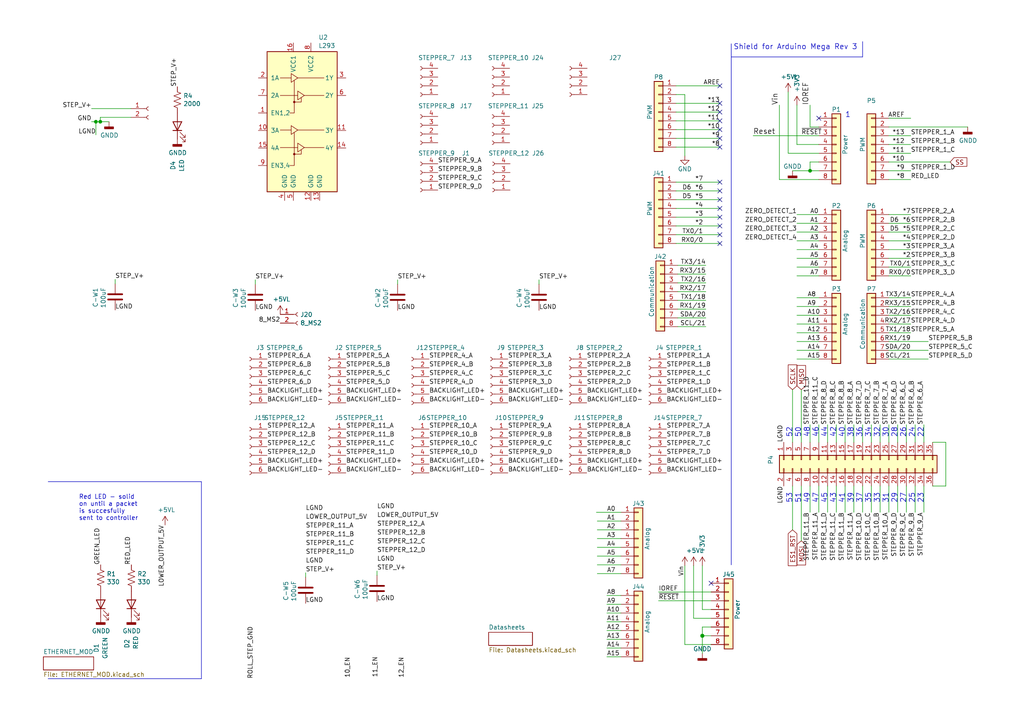
<source format=kicad_sch>
(kicad_sch (version 20230121) (generator eeschema)
  (paper "A4")
  (title_block (date "mar. 31 mars 2015"))
  (lib_symbols
    (symbol "Connector:Conn_01x02_Female" (pin_names (offset 1.016) hide)
      (property "Reference" "J" (at 0 2.54 0))
      (property "Value" "Conn_01x02_Female" (at 0 -5.08 0))
      (symbol "Conn_01x02_Female_1_1"
        (pin passive line (at -5.08 0 0) (length 3.81) (name "Pin_1") (number "1"))
        (pin passive line (at -5.08 -2.54 0) (length 3.81) (name "Pin_2") (number "2"))
      )
    )
    (symbol "Connector:Conn_01x02_Socket" (pin_names (offset 1.016) hide)
      (property "Reference" "J" (at 0 2.54 0))
      (property "Value" "Conn_01x02_Socket" (at 0 -5.08 0))
      (symbol "Conn_01x02_Socket_1_1"
        (pin passive line (at -5.08 0 0) (length 3.81) (name "Pin_1") (number "1"))
        (pin passive line (at -5.08 -2.54 0) (length 3.81) (name "Pin_2") (number "2"))
      )
    )
    (symbol "Connector:Conn_01x04_Socket" (pin_names (offset 1.016) hide)
      (property "Reference" "J" (at 0 5.08 0))
      (property "Value" "Conn_01x04_Socket" (at 0 -7.62 0))
      (symbol "Conn_01x04_Socket_1_1"
        (pin passive line (at -5.08 2.54 0) (length 3.81) (name "Pin_1") (number "1"))
        (pin passive line (at -5.08 0 0) (length 3.81) (name "Pin_2") (number "2"))
        (pin passive line (at -5.08 -2.54 0) (length 3.81) (name "Pin_3") (number "3"))
        (pin passive line (at -5.08 -5.08 0) (length 3.81) (name "Pin_4") (number "4"))
      )
    )
    (symbol "Connector:Conn_01x06_Socket" (pin_names (offset 1.016) hide)
      (property "Reference" "J" (at 0 7.62 0))
      (property "Value" "Conn_01x06_Socket" (at 0 -10.16 0))
      (symbol "Conn_01x06_Socket_1_1"
        (pin passive line (at -5.08 5.08 0) (length 3.81) (name "Pin_1") (number "1"))
        (pin passive line (at -5.08 2.54 0) (length 3.81) (name "Pin_2") (number "2"))
        (pin passive line (at -5.08 0 0) (length 3.81) (name "Pin_3") (number "3"))
        (pin passive line (at -5.08 -2.54 0) (length 3.81) (name "Pin_4") (number "4"))
        (pin passive line (at -5.08 -5.08 0) (length 3.81) (name "Pin_5") (number "5"))
        (pin passive line (at -5.08 -7.62 0) (length 3.81) (name "Pin_6") (number "6"))
      )
    )
    (symbol "Connector_Generic:Conn_01x08" (pin_names (offset 1.016) hide)
      (property "Reference" "J" (at 0 10.16 0))
      (property "Value" "Conn_01x08" (at 0 -12.7 0))
      (symbol "Conn_01x08_1_1"
        (pin passive line (at -5.08 7.62 0) (length 3.81) (name "Pin_1") (number "1"))
        (pin passive line (at -5.08 5.08 0) (length 3.81) (name "Pin_2") (number "2"))
        (pin passive line (at -5.08 2.54 0) (length 3.81) (name "Pin_3") (number "3"))
        (pin passive line (at -5.08 0 0) (length 3.81) (name "Pin_4") (number "4"))
        (pin passive line (at -5.08 -2.54 0) (length 3.81) (name "Pin_5") (number "5"))
        (pin passive line (at -5.08 -5.08 0) (length 3.81) (name "Pin_6") (number "6"))
        (pin passive line (at -5.08 -7.62 0) (length 3.81) (name "Pin_7") (number "7"))
        (pin passive line (at -5.08 -10.16 0) (length 3.81) (name "Pin_8") (number "8"))
      )
    )
    (symbol "Connector_Generic:Conn_02x18_Odd_Even" (pin_names (offset 1.016) hide)
      (property "Reference" "J" (at 1.27 22.86 0))
      (property "Value" "Conn_02x18_Odd_Even" (at 1.27 -25.4 0))
      (symbol "Conn_02x18_Odd_Even_1_1"
        (pin passive line (at -5.08 20.32 0) (length 3.81) (name "Pin_1") (number "1"))
        (pin passive line (at 7.62 10.16 180) (length 3.81) (name "Pin_10") (number "10"))
        (pin passive line (at -5.08 7.62 0) (length 3.81) (name "Pin_11") (number "11"))
        (pin passive line (at 7.62 7.62 180) (length 3.81) (name "Pin_12") (number "12"))
        (pin passive line (at -5.08 5.08 0) (length 3.81) (name "Pin_13") (number "13"))
        (pin passive line (at 7.62 5.08 180) (length 3.81) (name "Pin_14") (number "14"))
        (pin passive line (at -5.08 2.54 0) (length 3.81) (name "Pin_15") (number "15"))
        (pin passive line (at 7.62 2.54 180) (length 3.81) (name "Pin_16") (number "16"))
        (pin passive line (at -5.08 0 0) (length 3.81) (name "Pin_17") (number "17"))
        (pin passive line (at 7.62 0 180) (length 3.81) (name "Pin_18") (number "18"))
        (pin passive line (at -5.08 -2.54 0) (length 3.81) (name "Pin_19") (number "19"))
        (pin passive line (at 7.62 20.32 180) (length 3.81) (name "Pin_2") (number "2"))
        (pin passive line (at 7.62 -2.54 180) (length 3.81) (name "Pin_20") (number "20"))
        (pin passive line (at -5.08 -5.08 0) (length 3.81) (name "Pin_21") (number "21"))
        (pin passive line (at 7.62 -5.08 180) (length 3.81) (name "Pin_22") (number "22"))
        (pin passive line (at -5.08 -7.62 0) (length 3.81) (name "Pin_23") (number "23"))
        (pin passive line (at 7.62 -7.62 180) (length 3.81) (name "Pin_24") (number "24"))
        (pin passive line (at -5.08 -10.16 0) (length 3.81) (name "Pin_25") (number "25"))
        (pin passive line (at 7.62 -10.16 180) (length 3.81) (name "Pin_26") (number "26"))
        (pin passive line (at -5.08 -12.7 0) (length 3.81) (name "Pin_27") (number "27"))
        (pin passive line (at 7.62 -12.7 180) (length 3.81) (name "Pin_28") (number "28"))
        (pin passive line (at -5.08 -15.24 0) (length 3.81) (name "Pin_29") (number "29"))
        (pin passive line (at -5.08 17.78 0) (length 3.81) (name "Pin_3") (number "3"))
        (pin passive line (at 7.62 -15.24 180) (length 3.81) (name "Pin_30") (number "30"))
        (pin passive line (at -5.08 -17.78 0) (length 3.81) (name "Pin_31") (number "31"))
        (pin passive line (at 7.62 -17.78 180) (length 3.81) (name "Pin_32") (number "32"))
        (pin passive line (at -5.08 -20.32 0) (length 3.81) (name "Pin_33") (number "33"))
        (pin passive line (at 7.62 -20.32 180) (length 3.81) (name "Pin_34") (number "34"))
        (pin passive line (at -5.08 -22.86 0) (length 3.81) (name "Pin_35") (number "35"))
        (pin passive line (at 7.62 -22.86 180) (length 3.81) (name "Pin_36") (number "36"))
        (pin passive line (at 7.62 17.78 180) (length 3.81) (name "Pin_4") (number "4"))
        (pin passive line (at -5.08 15.24 0) (length 3.81) (name "Pin_5") (number "5"))
        (pin passive line (at 7.62 15.24 180) (length 3.81) (name "Pin_6") (number "6"))
        (pin passive line (at -5.08 12.7 0) (length 3.81) (name "Pin_7") (number "7"))
        (pin passive line (at 7.62 12.7 180) (length 3.81) (name "Pin_8") (number "8"))
        (pin passive line (at -5.08 10.16 0) (length 3.81) (name "Pin_9") (number "9"))
      )
    )
    (symbol "Device:C" (pin_numbers hide) (pin_names (offset 0.254))
      (property "Reference" "C" (at 0.635 2.54 0))
      (property "Value" "C" (at 0.635 -2.54 0))
      (symbol "C_1_1"
        (pin passive line (at 0 3.81 270) (length 2.794) (name "~") (number "1"))
        (pin passive line (at 0 -3.81 90) (length 2.794) (name "~") (number "2"))
      )
    )
    (symbol "Device:LED" (pin_numbers hide) (pin_names (offset 1.016) hide)
      (property "Reference" "D" (at 0 2.54 0))
      (property "Value" "LED" (at 0 -2.54 0))
      (symbol "LED_1_1"
        (pin passive line (at -3.81 0 0) (length 2.54) (name "K") (number "1"))
        (pin passive line (at 3.81 0 180) (length 2.54) (name "A") (number "2"))
      )
    )
    (symbol "Device:R_US" (pin_numbers hide) (pin_names (offset 0))
      (property "Reference" "R" (at 2.54 0 90))
      (property "Value" "R_US" (at -2.54 0 90))
      (symbol "R_US_1_1"
        (pin passive line (at 0 3.81 270) (length 1.27) (name "~") (number "1"))
        (pin passive line (at 0 -3.81 90) (length 1.27) (name "~") (number "2"))
      )
    )
    (symbol "Driver_Motor:L293" (pin_names (offset 1.016))
      (property "Reference" "U" (at -5.08 26.035 0))
      (property "Value" "L293" (at -5.08 24.13 0))
      (symbol "L293_1_1"
        (pin input line (at -12.7 5.08 0) (length 2.54) (name "EN1,2") (number "1"))
        (pin input line (at -12.7 0 0) (length 2.54) (name "3A") (number "10"))
        (pin output line (at 12.7 0 180) (length 2.54) (name "3Y") (number "11"))
        (pin power_in line (at 2.54 -20.32 90) (length 2.54) (name "GND") (number "12"))
        (pin power_in line (at 5.08 -20.32 90) (length 2.54) (name "GND") (number "13"))
        (pin output line (at 12.7 -5.08 180) (length 2.54) (name "4Y") (number "14"))
        (pin input line (at -12.7 -5.08 0) (length 2.54) (name "4A") (number "15"))
        (pin power_in line (at -2.54 25.4 270) (length 2.54) (name "VCC1") (number "16"))
        (pin input line (at -12.7 15.24 0) (length 2.54) (name "1A") (number "2"))
        (pin output line (at 12.7 15.24 180) (length 2.54) (name "1Y") (number "3"))
        (pin power_in line (at -5.08 -20.32 90) (length 2.54) (name "GND") (number "4"))
        (pin power_in line (at -2.54 -20.32 90) (length 2.54) (name "GND") (number "5"))
        (pin output line (at 12.7 10.16 180) (length 2.54) (name "2Y") (number "6"))
        (pin input line (at -12.7 10.16 0) (length 2.54) (name "2A") (number "7"))
        (pin power_in line (at 2.54 25.4 270) (length 2.54) (name "VCC2") (number "8"))
        (pin input line (at -12.7 -10.16 0) (length 2.54) (name "EN3,4") (number "9"))
      )
    )
    (symbol "power:+3V3" (power) (pin_names (offset 0))
      (property "Value" "+3V3" (at 0 3.556 0))
      (symbol "+3V3_1_1"
        (pin power_in line (at 0 0 90) (length 0) hide (name "+3V3") (number "1"))
      )
    )
    (symbol "power:+5VL" (power) (pin_names (offset 0))
      (property "Value" "+5VL" (at 0 3.556 0))
      (symbol "+5VL_1_1"
        (pin power_in line (at 0 0 90) (length 0) hide (name "+5VL") (number "1"))
      )
    )
    (symbol "power:GND" (power) (pin_names (offset 0))
      (property "Value" "GND" (at 0 -3.81 0))
      (symbol "GND_1_1"
        (pin power_in line (at 0 0 270) (length 0) hide (name "GND") (number "1"))
      )
    )
    (symbol "power:GNDD" (power) (pin_names (offset 0))
      (property "Value" "GNDD" (at 0 -3.175 0))
      (symbol "GNDD_1_1"
        (pin power_in line (at 0 0 270) (length 0) hide (name "GNDD") (number "1"))
      )
    )
    (symbol "power:VCC" (power) (pin_names (offset 0))
      (property "Value" "VCC" (at 0 3.81 0))
      (symbol "VCC_1_1"
        (pin power_in line (at 0 0 90) (length 0) hide (name "VCC") (number "1"))
      )
    )
  )
  (junction (at 29.083 35.306))
  (junction (at 27.813 35.306))
  (junction (at 234.95 49.53))
  (junction (at 203.708 184.404) (diameter 1.016))
  (no_connect (at 208.788 60.452))
  (no_connect (at 208.788 70.612))
  (no_connect (at 208.788 52.832))
  (no_connect (at 208.788 57.912))
  (no_connect (at 208.788 24.892))
  (no_connect (at 208.788 32.512))
  (no_connect (at 208.788 42.672))
  (no_connect (at 208.788 40.132))
  (no_connect (at 208.788 65.532))
  (no_connect (at 208.788 35.052))
  (no_connect (at 208.788 55.372))
  (no_connect (at 208.788 68.072))
  (no_connect (at 237.49 34.29))
  (no_connect (at 208.788 62.992))
  (no_connect (at 206.248 169.164))
  (no_connect (at 208.788 29.972))
  (no_connect (at 208.788 37.592))
  (wire (pts (xy 191.008 171.704) (xy 206.248 171.704)))
  (wire (pts (xy 237.49 49.53) (xy 234.95 49.53)))
  (wire (pts (xy 218.44 39.37) (xy 237.49 39.37)))
  (wire (pts (xy 196.596 89.662) (xy 204.724 89.662)))
  (wire (pts (xy 229.87 140.97) (xy 229.87 153.67)))
  (wire (pts (xy 228.6 26.67) (xy 228.6 44.45)))
  (wire (pts (xy 257.81 39.37) (xy 264.16 39.37)))
  (wire (pts (xy 240.03 128.27) (xy 240.03 123.19)))
  (wire (pts (xy 196.596 94.742) (xy 204.724 94.742)))
  (wire (pts (xy 173.228 156.21) (xy 180.086 156.21)))
  (wire (pts (xy 173.228 166.37) (xy 180.086 166.37)))
  (wire (pts (xy 274.32 140.97) (xy 270.51 140.97)))
  (wire (pts (xy 257.81 104.14) (xy 269.24 104.14)))
  (wire (pts (xy 260.35 128.27) (xy 260.35 123.19)))
  (wire (pts (xy 264.16 72.39) (xy 257.81 72.39)))
  (wire (pts (xy 198.628 186.944) (xy 198.628 164.084)))
  (wire (pts (xy 176.022 175.26) (xy 180.086 175.26)))
  (wire (pts (xy 237.49 46.99) (xy 234.95 46.99)))
  (wire (pts (xy 274.32 128.27) (xy 274.32 140.97)))
  (wire (pts (xy 257.81 80.01) (xy 264.16 80.01)))
  (wire (pts (xy 237.49 36.83) (xy 234.95 36.83)))
  (wire (pts (xy 257.81 91.44) (xy 264.16 91.44)))
  (wire (pts (xy 176.022 187.96) (xy 180.086 187.96)))
  (wire (pts (xy 196.088 68.072) (xy 208.788 68.072)))
  (wire (pts (xy 203.708 181.864) (xy 203.708 184.404)))
  (wire (pts (xy 232.41 128.27) (xy 232.41 113.03)))
  (wire (pts (xy 240.03 140.97) (xy 240.03 148.59)))
  (wire (pts (xy 191.008 174.244) (xy 206.248 174.244)))
  (wire (pts (xy 196.088 35.052) (xy 208.788 35.052)))
  (wire (pts (xy 237.49 72.39) (xy 231.14 72.39)))
  (polyline (pts (xy 13.97 139.7) (xy 58.42 139.7)))
  (wire (pts (xy 196.088 60.452) (xy 208.788 60.452)))
  (wire (pts (xy 247.65 140.97) (xy 247.65 148.59)))
  (wire (pts (xy 265.43 140.97) (xy 265.43 148.59)))
  (wire (pts (xy 237.49 101.6) (xy 231.14 101.6)))
  (wire (pts (xy 226.06 52.07) (xy 226.06 30.48)))
  (wire (pts (xy 206.248 184.404) (xy 203.708 184.404)))
  (wire (pts (xy 33.401 81.026) (xy 33.401 82.296)))
  (wire (pts (xy 29.083 35.306) (xy 31.623 35.306)))
  (wire (pts (xy 257.81 44.45) (xy 264.16 44.45)))
  (wire (pts (xy 234.95 36.83) (xy 234.95 30.48)))
  (wire (pts (xy 237.49 62.23) (xy 231.14 62.23)))
  (wire (pts (xy 196.088 57.912) (xy 208.788 57.912)))
  (wire (pts (xy 206.248 181.864) (xy 203.708 181.864)))
  (wire (pts (xy 264.16 69.85) (xy 257.81 69.85)))
  (wire (pts (xy 196.088 27.432) (xy 198.628 27.432)))
  (wire (pts (xy 203.708 184.404) (xy 203.708 189.484)))
  (wire (pts (xy 231.14 41.91) (xy 237.49 41.91)))
  (wire (pts (xy 257.81 74.93) (xy 264.16 74.93)))
  (wire (pts (xy 176.022 185.42) (xy 180.086 185.42)))
  (wire (pts (xy 196.088 42.672) (xy 208.788 42.672)))
  (wire (pts (xy 232.41 140.97) (xy 232.41 156.845)))
  (wire (pts (xy 196.088 29.972) (xy 208.788 29.972)))
  (wire (pts (xy 237.49 99.06) (xy 231.14 99.06)))
  (wire (pts (xy 234.95 128.27) (xy 234.95 123.19)))
  (wire (pts (xy 245.11 128.27) (xy 245.11 123.19)))
  (polyline (pts (xy 212.09 163.83) (xy 212.09 12.7)))
  (polyline (pts (xy 250.19 16.51) (xy 250.19 12.065)))
  (wire (pts (xy 255.27 140.97) (xy 255.27 148.59)))
  (wire (pts (xy 257.81 128.27) (xy 257.81 123.19)))
  (wire (pts (xy 257.81 86.36) (xy 264.16 86.36)))
  (wire (pts (xy 196.596 82.042) (xy 204.724 82.042)))
  (wire (pts (xy 229.87 128.27) (xy 229.87 113.03)))
  (wire (pts (xy 262.89 128.27) (xy 262.89 123.19)))
  (wire (pts (xy 176.022 172.72) (xy 180.086 172.72)))
  (polyline (pts (xy 212.09 16.51) (xy 250.19 16.51)))
  (wire (pts (xy 203.708 176.784) (xy 206.248 176.784)))
  (wire (pts (xy 234.95 49.53) (xy 229.87 49.53)))
  (polyline (pts (xy 58.42 196.85) (xy 58.42 139.7)))
  (wire (pts (xy 237.49 77.47) (xy 231.14 77.47)))
  (wire (pts (xy 237.49 128.27) (xy 237.49 123.19)))
  (wire (pts (xy 234.95 140.97) (xy 234.95 148.59)))
  (wire (pts (xy 201.168 179.324) (xy 206.248 179.324)))
  (wire (pts (xy 237.49 93.98) (xy 231.14 93.98)))
  (wire (pts (xy 196.088 65.532) (xy 208.788 65.532)))
  (wire (pts (xy 196.596 84.582) (xy 204.724 84.582)))
  (wire (pts (xy 176.022 177.8) (xy 180.086 177.8)))
  (wire (pts (xy 74.041 81.153) (xy 74.041 82.423)))
  (wire (pts (xy 257.81 49.53) (xy 264.16 49.53)))
  (wire (pts (xy 26.543 31.496) (xy 37.973 31.496)))
  (wire (pts (xy 173.228 161.29) (xy 180.086 161.29)))
  (wire (pts (xy 173.228 153.67) (xy 180.086 153.67)))
  (wire (pts (xy 252.73 128.27) (xy 252.73 123.19)))
  (wire (pts (xy 237.49 91.44) (xy 231.14 91.44)))
  (wire (pts (xy 196.596 76.962) (xy 204.724 76.962)))
  (wire (pts (xy 237.49 86.36) (xy 231.14 86.36)))
  (wire (pts (xy 257.81 77.47) (xy 264.16 77.47)))
  (wire (pts (xy 245.11 140.97) (xy 245.11 148.59)))
  (wire (pts (xy 267.97 140.97) (xy 267.97 148.59)))
  (wire (pts (xy 257.81 46.99) (xy 275.59 46.99)))
  (wire (pts (xy 196.596 87.122) (xy 204.724 87.122)))
  (wire (pts (xy 115.316 81.153) (xy 115.316 82.423)))
  (wire (pts (xy 237.49 67.31) (xy 231.14 67.31)))
  (polyline (pts (xy 13.97 196.85) (xy 58.42 196.85)))
  (wire (pts (xy 257.81 62.23) (xy 264.16 62.23)))
  (wire (pts (xy 176.022 182.88) (xy 180.086 182.88)))
  (wire (pts (xy 198.628 27.432) (xy 198.628 45.212)))
  (wire (pts (xy 231.14 30.48) (xy 231.14 41.91)))
  (wire (pts (xy 176.022 190.5) (xy 180.086 190.5)))
  (wire (pts (xy 196.596 92.202) (xy 204.724 92.202)))
  (wire (pts (xy 257.81 36.83) (xy 280.67 36.83)))
  (wire (pts (xy 237.49 74.93) (xy 231.14 74.93)))
  (wire (pts (xy 234.95 46.99) (xy 234.95 49.53)))
  (wire (pts (xy 237.49 64.77) (xy 231.14 64.77)))
  (wire (pts (xy 176.022 180.34) (xy 180.086 180.34)))
  (wire (pts (xy 27.813 35.306) (xy 27.813 39.116)))
  (wire (pts (xy 206.248 186.944) (xy 198.628 186.944)))
  (wire (pts (xy 257.81 99.06) (xy 269.24 99.06)))
  (wire (pts (xy 172.974 148.59) (xy 180.086 148.59)))
  (wire (pts (xy 242.57 128.27) (xy 242.57 123.19)))
  (wire (pts (xy 196.088 52.832) (xy 208.788 52.832)))
  (wire (pts (xy 196.596 79.502) (xy 204.724 79.502)))
  (wire (pts (xy 257.81 96.52) (xy 264.16 96.52)))
  (wire (pts (xy 196.088 24.892) (xy 208.788 24.892)))
  (wire (pts (xy 237.49 140.97) (xy 237.49 148.59)))
  (wire (pts (xy 269.24 101.6) (xy 257.81 101.6)))
  (wire (pts (xy 109.347 165.608) (xy 109.347 166.878)))
  (wire (pts (xy 274.32 128.27) (xy 270.51 128.27)))
  (wire (pts (xy 257.81 34.29) (xy 264.16 34.29)))
  (wire (pts (xy 201.168 164.084) (xy 201.168 179.324)))
  (wire (pts (xy 262.89 140.97) (xy 262.89 148.59)))
  (wire (pts (xy 257.81 52.07) (xy 264.16 52.07)))
  (wire (pts (xy 255.27 128.27) (xy 255.27 123.19)))
  (wire (pts (xy 257.81 88.9) (xy 264.16 88.9)))
  (wire (pts (xy 237.49 80.01) (xy 231.14 80.01)))
  (wire (pts (xy 260.35 140.97) (xy 260.35 148.59)))
  (wire (pts (xy 196.088 40.132) (xy 208.788 40.132)))
  (wire (pts (xy 27.813 35.306) (xy 29.083 35.306)))
  (wire (pts (xy 196.088 62.992) (xy 208.788 62.992)))
  (wire (pts (xy 265.43 128.27) (xy 265.43 123.19)))
  (wire (pts (xy 196.088 32.512) (xy 208.788 32.512)))
  (wire (pts (xy 237.49 88.9) (xy 231.14 88.9)))
  (wire (pts (xy 247.65 128.27) (xy 247.65 123.19)))
  (wire (pts (xy 257.81 93.98) (xy 264.16 93.98)))
  (wire (pts (xy 257.81 41.91) (xy 264.16 41.91)))
  (wire (pts (xy 250.19 140.97) (xy 250.19 148.59)))
  (wire (pts (xy 29.083 34.036) (xy 29.083 35.306)))
  (wire (pts (xy 156.337 81.153) (xy 156.337 82.423)))
  (wire (pts (xy 237.49 104.14) (xy 231.14 104.14)))
  (wire (pts (xy 228.6 44.45) (xy 237.49 44.45)))
  (wire (pts (xy 26.543 35.306) (xy 27.813 35.306)))
  (wire (pts (xy 88.646 166.116) (xy 88.646 167.386)))
  (wire (pts (xy 203.708 164.084) (xy 203.708 176.784)))
  (wire (pts (xy 173.228 158.75) (xy 180.086 158.75)))
  (wire (pts (xy 196.088 37.592) (xy 208.788 37.592)))
  (wire (pts (xy 252.73 140.97) (xy 252.73 148.59)))
  (wire (pts (xy 257.81 140.97) (xy 257.81 148.59)))
  (wire (pts (xy 257.81 64.77) (xy 264.16 64.77)))
  (wire (pts (xy 267.97 128.27) (xy 267.97 123.19)))
  (wire (pts (xy 237.49 69.85) (xy 231.14 69.85)))
  (wire (pts (xy 242.57 140.97) (xy 242.57 148.59)))
  (wire (pts (xy 237.49 52.07) (xy 226.06 52.07)))
  (wire (pts (xy 173.228 163.83) (xy 180.086 163.83)))
  (wire (pts (xy 237.49 96.52) (xy 231.14 96.52)))
  (wire (pts (xy 196.088 55.372) (xy 208.788 55.372)))
  (wire (pts (xy 173.228 151.13) (xy 180.086 151.13)))
  (wire (pts (xy 264.16 67.31) (xy 257.81 67.31)))
  (wire (pts (xy 250.19 128.27) (xy 250.19 123.19)))
  (wire (pts (xy 196.088 70.612) (xy 208.788 70.612)))
  (wire (pts (xy 37.973 34.036) (xy 29.083 34.036)))
  (text "24" (at 265.43 127 90) (effects (font (size 1.524 1.524)) (justify left bottom)))
  (text "50" (at 232.41 127 90) (effects (font (size 1.524 1.524)) (justify left bottom)))
  (text "33" (at 255.27 146.05 90) (effects (font (size 1.524 1.524)) (justify left bottom)))
  (text "Shield for Arduino Mega Rev 3" (at 212.725 14.605 0) (effects (font (size 1.524 1.524)) (justify left bottom)))
  (text "34" (at 252.73 127 90) (effects (font (size 1.524 1.524)) (justify left bottom)))
  (text "44" (at 240.03 126.9443 90) (effects (font (size 1.524 1.524)) (justify left bottom)))
  (text "38" (at 247.65 127 90) (effects (font (size 1.524 1.524)) (justify left bottom)))
  (text "39" (at 247.65 146.05 90) (effects (font (size 1.524 1.524)) (justify left bottom)))
  (text "23" (at 267.97 146.05 90) (effects (font (size 1.524 1.524)) (justify left bottom)))
  (text "45" (at 240.03 146.05 90) (effects (font (size 1.524 1.524)) (justify left bottom)))
  (text "27" (at 262.89 146.05 90) (effects (font (size 1.524 1.524)) (justify left bottom)))
  (text "37" (at 250.19 146.05 90) (effects (font (size 1.524 1.524)) (justify left bottom)))
  (text "Red LED - solid\non until a packet\nis succesfully \nsent to controller" (at 22.86 151.13 0) (effects (font (size 1.27 1.27)) (justify left bottom)))
  (text "43" (at 242.57 146.05 90) (effects (font (size 1.524 1.524)) (justify left bottom)))
  (text "26" (at 262.89 127 90) (effects (font (size 1.524 1.524)) (justify left bottom)))
  (text "32" (at 255.27 127 90) (effects (font (size 1.524 1.524)) (justify left bottom)))
  (text "22" (at 267.97 127 90) (effects (font (size 1.524 1.524)) (justify left bottom)))
  (text "48" (at 234.95 126.9443 90) (effects (font (size 1.524 1.524)) (justify left bottom)))
  (text "31" (at 257.81 146.05 90) (effects (font (size 1.524 1.524)) (justify left bottom)))
  (text "30" (at 257.81 127 90) (effects (font (size 1.524 1.524)) (justify left bottom)))
  (text "46" (at 237.49 126.9443 90) (effects (font (size 1.524 1.524)) (justify left bottom)))
  (text "42" (at 242.57 126.9443 90) (effects (font (size 1.524 1.524)) (justify left bottom)))
  (text "53" (at 229.87 146.05 90) (effects (font (size 1.524 1.524)) (justify left bottom)))
  (text "29" (at 260.35 146.05 90) (effects (font (size 1.524 1.524)) (justify left bottom)))
  (text "1" (at 245.11 34.29 0) (effects (font (size 1.524 1.524)) (justify left bottom)))
  (text "41" (at 245.11 146.05 90) (effects (font (size 1.524 1.524)) (justify left bottom)))
  (text "49" (at 234.95 146.05 90) (effects (font (size 1.524 1.524)) (justify left bottom)))
  (text "40" (at 245.11 127 90) (effects (font (size 1.524 1.524)) (justify left bottom)))
  (text "25" (at 265.43 146.05 90) (effects (font (size 1.524 1.524)) (justify left bottom)))
  (text "47" (at 237.49 146.05 90) (effects (font (size 1.524 1.524)) (justify left bottom)))
  (text "51" (at 232.41 146.05 90) (effects (font (size 1.524 1.524)) (justify left bottom)))
  (text "35" (at 252.73 146.05 90) (effects (font (size 1.524 1.524)) (justify left bottom)))
  (text "52" (at 229.87 127 90) (effects (font (size 1.524 1.524)) (justify left bottom)))
  (text "28" (at 260.35 127 90) (effects (font (size 1.524 1.524)) (justify left bottom)))
  (text "36" (at 250.19 127 90) (effects (font (size 1.524 1.524)) (justify left bottom)))
  (label "STEPPER_10_D" (at 250.19 148.59 270))
  (label "SDA{slash}20" (at 264.16 101.6 180))
  (label "~{RESET}" (at 191.008 174.244 0))
  (label "TX3{slash}14" (at 204.724 76.962 180))
  (label "STEPPER_1_B" (at 193.294 106.68 0))
  (label "LGND" (at 109.347 147.828 0))
  (label "STEPPER_10_A" (at 257.81 148.59 270))
  (label "BACKLIGHT_LED+" (at 170.18 114.3 0))
  (label "STEPPER_11_C" (at 88.646 158.496 0))
  (label "A14" (at 234.188 101.6 0))
  (label "STEPPER_2_A" (at 264.16 62.23 0))
  (label "STEPPER_1_A" (at 264.16 39.37 0))
  (label "A4" (at 234.95 72.39 0))
  (label "*10" (at 208.788 37.592 180))
  (label "GND" (at 26.543 35.306 180))
  (label "STEPPER_12_A" (at 109.347 152.908 0))
  (label "STEPPER_3_A" (at 264.16 72.39 0))
  (label "LGND" (at 74.041 90.043 0))
  (label "BACKLIGHT_LED-" (at 124.46 137.16 0))
  (label "STEPPER_11_B" (at 234.95 148.59 270))
  (label "STEPPER_3_D" (at 147.32 111.76 0))
  (label "TX1{slash}18" (at 264.16 96.52 180))
  (label "A10" (at 234.188 91.44 0))
  (label "A7" (at 234.95 80.01 0))
  (label "A7" (at 176.022 166.37 0))
  (label "STEPPER_10_B" (at 124.46 127 0))
  (label "TX2{slash}16" (at 264.16 91.44 180))
  (label "LOWER_OUTPUT_5V" (at 109.347 150.368 0))
  (label "STEPPER_6_A" (at 267.97 123.19 90))
  (label "BACKLIGHT_LED-" (at 193.294 137.16 0))
  (label "A13" (at 176.022 185.42 0))
  (label "STEPPER_7_A" (at 257.81 123.19 90))
  (label "10_EN" (at 101.854 190.5 270))
  (label "RX1{slash}19" (at 264.16 99.06 180))
  (label "LOWER_OUTPUT_5V" (at 88.646 150.876 0))
  (label "A8" (at 234.188 86.36 0))
  (label "STEPPER_4_C" (at 264.16 91.44 0))
  (label "A15" (at 234.188 104.14 0))
  (label "STEPPER_7_C" (at 252.73 123.19 90))
  (label "STEPPER_6_C" (at 262.89 123.19 90))
  (label "RX2{slash}17" (at 264.16 93.98 180))
  (label "STEPPER_9_C" (at 127 52.578 0))
  (label "STEPPER_7_C" (at 193.294 129.54 0))
  (label "LGND" (at 227.33 140.97 270))
  (label "A0" (at 234.95 62.23 0))
  (label "STEPPER_11_A" (at 100.33 124.46 0))
  (label "*4" (at 264.16 69.85 180))
  (label "SDA{slash}20" (at 204.724 92.202 180))
  (label "STEPPER_8_A" (at 170.18 124.46 0))
  (label "STEPPER_8_D" (at 240.03 123.19 90))
  (label "Vin" (at 226.06 30.48 90) (effects (font (size 1.524 1.524))))
  (label "TX2{slash}16" (at 204.724 82.042 180))
  (label "BACKLIGHT_LED+" (at 124.46 134.62 0))
  (label "A11" (at 176.022 180.34 0))
  (label "*9" (at 262.382 49.53 180))
  (label "A5" (at 176.022 161.29 0))
  (label "IOREF" (at 234.95 30.48 90) (effects (font (size 1.524 1.524))))
  (label "*2" (at 264.16 74.93 180))
  (label "A1" (at 234.95 64.77 0))
  (label "A4" (at 176.022 158.75 0))
  (label "BACKLIGHT_LED-" (at 100.33 116.84 0))
  (label "A12" (at 234.188 96.52 0))
  (label "IOREF" (at 191.008 171.704 0))
  (label "STEPPER_9_D" (at 147.32 132.08 0))
  (label "LGND" (at 88.646 163.576 0))
  (label "RX3{slash}15" (at 204.724 79.502 180))
  (label "SCL{slash}21" (at 204.724 94.742 180))
  (label "*8" (at 262.382 52.07 180))
  (label "11_EN" (at 109.855 190.373 270))
  (label "*13" (at 262.382 39.37 180))
  (label "D5" (at 258.064 67.31 0))
  (label "ZERO_DETECT_1" (at 231.14 62.23 180))
  (label "*5" (at 264.16 67.31 180))
  (label "LGND" (at 109.347 163.068 0))
  (label "*12" (at 262.382 41.91 180))
  (label "STEPPER_6_A" (at 77.47 104.14 0))
  (label "STEPPER_7_D" (at 250.19 123.19 90))
  (label "BACKLIGHT_LED-" (at 147.32 116.84 0))
  (label "STEPPER_1_D" (at 264.16 49.53 0))
  (label "RED_LED" (at 264.16 52.07 0))
  (label "A2" (at 234.95 67.31 0))
  (label "A1" (at 176.022 151.13 0))
  (label "STEPPER_8_C" (at 242.57 123.19 90))
  (label "STEPPER_5_D" (at 269.24 104.14 0))
  (label "A6" (at 176.022 163.83 0))
  (label "BACKLIGHT_LED+" (at 193.294 114.3 0))
  (label "Reset" (at 218.44 39.37 0) (effects (font (size 1.524 1.524))))
  (label "STEPPER_9_C" (at 147.32 129.54 0))
  (label "LGND" (at 27.813 39.116 180))
  (label "STEPPER_9_A" (at 147.32 124.46 0))
  (label "STEPPER_10_A" (at 124.46 124.46 0))
  (label "STEPPER_1_C" (at 264.16 44.45 0))
  (label "A8" (at 176.022 172.72 0))
  (label "STEPPER_11_D" (at 88.646 161.036 0))
  (label "STEPPER_10_B" (at 255.27 148.59 270))
  (label "STEPPER_2_D" (at 264.16 69.85 0))
  (label "STEPPER_6_D" (at 260.35 123.19 90))
  (label "A9" (at 176.022 175.26 0))
  (label "BACKLIGHT_LED+" (at 124.46 114.3 0))
  (label "D6" (at 258.064 64.77 0))
  (label "BACKLIGHT_LED+" (at 77.47 114.3 0))
  (label "LGND" (at 88.646 175.006 0))
  (label "LGND" (at 88.646 148.336 0))
  (label "STEPPER_12_B" (at 77.47 127 0))
  (label "STEPPER_2_C" (at 170.18 109.22 0))
  (label "A9" (at 234.188 88.9 0))
  (label "*3" (at 264.16 72.39 180))
  (label "BACKLIGHT_LED+" (at 77.47 134.62 0))
  (label "STEPPER_12_B" (at 109.347 155.448 0))
  (label "STEP_V+" (at 74.041 81.153 0))
  (label "LOWER_OUTPUT_5V" (at 47.879 152.273 270))
  (label "ZERO_DETECT_2" (at 231.14 64.77 180))
  (label "AREF" (at 208.788 24.892 180))
  (label "RX3{slash}15" (at 264.16 88.9 180))
  (label "STEPPER_7_D" (at 193.294 132.08 0))
  (label "STEPPER_1_D" (at 193.294 111.76 0))
  (label "RX1{slash}19" (at 204.724 89.662 180))
  (label "STEPPER_11_D" (at 234.95 123.19 90))
  (label "TX3{slash}14" (at 264.16 86.36 180))
  (label "STEPPER_3_A" (at 147.32 104.14 0))
  (label "8_MS2" (at 81.28 93.726 180))
  (label "A6" (at 234.95 77.47 0))
  (label "A14" (at 176.022 187.96 0))
  (label "STEPPER_9_B" (at 127 50.038 0))
  (label "STEPPER_11_A" (at 88.646 153.416 0))
  (label "LGND" (at 227.33 128.27 90))
  (label "LGND" (at 156.337 90.043 0))
  (label "LGND" (at 33.401 89.916 0))
  (label "AREF" (at 262.382 34.29 180))
  (label "STEPPER_1_A" (at 193.294 104.14 0))
  (label "STEPPER_5_C" (at 100.33 109.22 0))
  (label "STEPPER_1_B" (at 264.16 41.91 0))
  (label "STEPPER_5_D" (at 100.33 111.76 0))
  (label "A15" (at 176.022 190.5 0))
  (label "STEPPER_9_C" (at 262.89 148.59 270))
  (label "STEPPER_3_B" (at 264.16 74.93 0))
  (label "BACKLIGHT_LED-" (at 77.47 137.16 0))
  (label "BACKLIGHT_LED-" (at 124.46 116.84 0))
  (label "*3" (at 203.962 62.992 180))
  (label "STEPPER_12_C" (at 77.47 129.54 0))
  (label "*9" (at 208.788 40.132 180))
  (label "A12" (at 176.022 182.88 0))
  (label "RX0{slash}0" (at 264.16 80.01 180))
  (label "STEPPER_8_D" (at 170.18 132.08 0))
  (label "ZERO_DETECT_4" (at 231.14 69.85 180))
  (label "BACKLIGHT_LED+" (at 100.33 114.3 0))
  (label "SCL{slash}21" (at 264.16 104.14 180))
  (label "STEPPER_11_A" (at 247.65 148.59 270))
  (label "STEP_V+" (at 88.646 166.116 0))
  (label "STEPPER_10_C" (at 252.73 148.59 270))
  (label "STEPPER_9_A" (at 267.97 148.59 270))
  (label "STEPPER_5_B" (at 269.24 99.06 0))
  (label "*13" (at 208.788 29.972 180))
  (label "A3" (at 176.022 156.21 0))
  (label "STEPPER_11_C" (at 237.49 123.19 90))
  (label "STEPPER_4_B" (at 264.16 88.9 0))
  (label "TX0{slash}1" (at 203.962 68.072 180))
  (label "BACKLIGHT_LED-" (at 147.32 137.16 0))
  (label "D5" (at 197.866 57.912 0))
  (label "BACKLIGHT_LED-" (at 77.47 116.84 0))
  (label "STEPPER_4_B" (at 124.46 106.68 0))
  (label "*10" (at 262.382 46.99 180))
  (label "*4" (at 203.962 60.452 180))
  (label "STEP_V+" (at 51.435 25.146 90))
  (label "STEPPER_12_A" (at 77.47 124.46 0))
  (label "A13" (at 234.188 99.06 0))
  (label "STEP_V+" (at 115.316 81.153 0))
  (label "STEPPER_4_A" (at 124.46 104.14 0))
  (label "STEPPER_9_B" (at 147.32 127 0))
  (label "A5" (at 234.95 74.93 0))
  (label "BACKLIGHT_LED+" (at 147.32 114.3 0))
  (label "STEPPER_2_B" (at 170.18 106.68 0))
  (label "A2" (at 176.022 153.67 0))
  (label "*7" (at 264.16 62.23 180))
  (label "STEPPER_8_B" (at 245.11 123.19 90))
  (label "STEPPER_8_A" (at 247.65 123.19 90))
  (label "BACKLIGHT_LED+" (at 170.18 134.62 0))
  (label "STEPPER_3_C" (at 264.16 77.47 0))
  (label "STEPPER_9_B" (at 265.43 148.59 270))
  (label "STEPPER_6_B" (at 265.43 123.19 90))
  (label "BACKLIGHT_LED-" (at 193.294 116.84 0))
  (label "STEPPER_11_C" (at 100.33 129.54 0))
  (label "STEPPER_10_C" (at 124.46 129.54 0))
  (label "STEPPER_12_D" (at 77.47 132.08 0))
  (label "STEPPER_11_C" (at 242.57 148.59 270))
  (label "STEPPER_6_D" (at 77.47 111.76 0))
  (label "D6" (at 197.866 55.372 0))
  (label "STEPPER_2_C" (at 264.16 67.31 0))
  (label "*7" (at 203.962 52.832 180))
  (label "STEPPER_6_C" (at 77.47 109.22 0))
  (label "STEPPER_4_A" (at 264.16 86.36 0))
  (label "STEPPER_1_C" (at 193.294 109.22 0))
  (label "ROLL_STEP_GND" (at 73.66 181.61 270))
  (label "STEPPER_8_B" (at 170.18 127 0))
  (label "STEPPER_8_C" (at 170.18 129.54 0))
  (label "STEPPER_5_B" (at 100.33 106.68 0))
  (label "BACKLIGHT_LED-" (at 170.18 137.16 0))
  (label "STEPPER_7_B" (at 255.27 123.19 90))
  (label "STEPPER_12_C" (at 109.347 157.988 0))
  (label "STEPPER_11_B" (at 245.11 148.59 270))
  (label "*11" (at 208.788 35.052 180))
  (label "STEP_V+" (at 26.543 31.496 180))
  (label "STEPPER_2_A" (at 170.18 104.14 0))
  (label "STEPPER_7_B" (at 193.294 127 0))
  (label "STEP_V+" (at 156.337 81.153 0))
  (label "LGND" (at 109.347 174.498 0))
  (label "TX0{slash}1" (at 264.16 77.47 180))
  (label "STEPPER_10_D" (at 124.46 132.08 0))
  (label "~{RESET}" (at 232.41 39.37 0))
  (label "STEPPER_6_B" (at 77.47 106.68 0))
  (label "A0" (at 176.022 148.59 0))
  (label "*12" (at 208.788 32.512 180))
  (label "STEPPER_5_C" (at 269.24 101.6 0))
  (label "STEPPER_11_D" (at 240.03 148.59 270))
  (label "12_EN" (at 117.475 190.5 270))
  (label "*5" (at 203.962 57.912 180))
  (label "STEPPER_9_A" (at 127 47.498 0))
  (label "STEPPER_11_B" (at 88.646 155.956 0))
  (label "STEPPER_11_A" (at 237.49 148.59 270))
  (label "STEPPER_11_B" (at 100.33 127 0))
  (label "STEPPER_9_D" (at 127 55.118 0))
  (label "RX2{slash}17" (at 204.724 84.582 180))
  (label "GREEN_LED" (at 29.21 163.83 90))
  (label "STEPPER_7_A" (at 193.294 124.46 0))
  (label "*6" (at 264.16 64.77 180))
  (label "STEPPER_2_B" (at 264.16 64.77 0))
  (label "STEP_V+" (at 109.347 165.608 0))
  (label "STEPPER_4_D" (at 124.46 111.76 0))
  (label "BACKLIGHT_LED+" (at 147.32 134.62 0))
  (label "*6" (at 203.962 55.372 180))
  (label "STEPPER_4_C" (at 124.46 109.22 0))
  (label "A11" (at 234.188 93.98 0))
  (label "A10" (at 176.022 177.8 0))
  (label "STEPPER_12_D" (at 109.347 160.528 0))
  (label "BACKLIGHT_LED-" (at 170.18 116.84 0))
  (label "STEPPER_3_C" (at 147.32 109.22 0))
  (label "ZERO_DETECT_3" (at 231.14 67.31 180))
  (label "BACKLIGHT_LED+" (at 100.33 134.62 0))
  (label "STEPPER_4_D" (at 264.16 93.98 0))
  (label "A3" (at 234.95 69.85 0))
  (label "STEPPER_5_A" (at 100.33 104.14 0))
  (label "BACKLIGHT_LED+" (at 193.294 134.62 0))
  (label "LGND" (at 115.316 90.043 0))
  (label "STEPPER_5_A" (at 264.16 96.52 0))
  (label "STEPPER_3_D" (at 264.16 80.01 0))
  (label "BACKLIGHT_LED-" (at 100.33 137.16 0))
  (label "RX0{slash}0" (at 203.962 70.612 180))
  (label "*2" (at 203.962 65.532 180))
  (label "*11" (at 262.382 44.45 180))
  (label "STEPPER_9_D" (at 260.35 148.59 270))
  (label "*8" (at 208.788 42.672 180))
  (label "TX1{slash}18" (at 204.724 87.122 180))
  (label "RED_LED" (at 38.1 163.83 90))
  (label "STEP_V+" (at 33.401 81.026 0))
  (label "STEPPER_2_D" (at 170.18 111.76 0))
  (label "STEPPER_3_B" (at 147.32 106.68 0))
  (label "STEPPER_11_D" (at 100.33 132.08 0))
  (label "Vin" (at 198.628 164.084 270))
  (global_label "MISO" (shape input) (at 232.41 113.03 90) (property "Intersheetrefs" "${INTERSHEET_REFS}" (effects hide)))
  (global_label "MOSI" (shape input) (at 232.41 156.845 270) (property "Intersheetrefs" "${INTERSHEET_REFS}" (effects hide)))
  (global_label "SCLK" (shape input) (at 229.87 113.03 90) (property "Intersheetrefs" "${INTERSHEET_REFS}" (effects hide)))
  (global_label "SS" (shape input) (at 275.59 46.99 0) (property "Intersheetrefs" "${INTERSHEET_REFS}" (effects hide)))
  (global_label "ES1_RST" (shape input) (at 229.87 153.67 270) (property "Intersheetrefs" "${INTERSHEET_REFS}" (effects hide)))
  (symbol (lib_id "Connector_Generic:Conn_01x08") (at 242.57 41.91 0) (unit 1)
    (property "Reference" "P1" (at 242.57 31.75 0))
    (property "Value" "Power" (at 245.11 41.91 90))
    (property "Footprint" "Socket_Arduino_Mega:Socket_Strip_Arduino_1x08" (effects hide))
  )
  (symbol (lib_id "power:+3V3") (at 231.14 30.48 0) (unit 1)
    (property "Reference" "#PWR011" (effects hide))
    (property "Value" "+3.3V" (at 231.14 24.13 90))
  )
  (symbol (lib_id "Connector_Generic:Conn_01x08") (at 252.73 41.91 0) (mirror y) (unit 1)
    (property "Reference" "P5" (at 252.73 29.21 0))
    (property "Value" "PWM" (at 250.19 41.91 90))
    (property "Footprint" "Socket_Arduino_Mega:Socket_Strip_Arduino_1x08" (effects hide))
  )
  (symbol (lib_id "Connector_Generic:Conn_01x08") (at 252.73 69.85 0) (mirror y) (unit 1)
    (property "Reference" "P6" (at 252.73 59.69 0))
    (property "Value" "PWM" (at 250.19 69.85 90))
    (property "Footprint" "Socket_Arduino_Mega:Socket_Strip_Arduino_1x08" (effects hide))
  )
  (symbol (lib_id "Connector_Generic:Conn_01x08") (at 242.57 93.98 0) (unit 1)
    (property "Reference" "P3" (at 242.57 83.82 0))
    (property "Value" "Analog" (at 245.11 93.98 90))
    (property "Footprint" "Socket_Arduino_Mega:Socket_Strip_Arduino_1x08" (effects hide))
  )
  (symbol (lib_id "Connector_Generic:Conn_01x08") (at 252.73 93.98 0) (mirror y) (unit 1)
    (property "Reference" "P7" (at 252.73 83.82 0))
    (property "Value" "Communication" (at 250.19 93.98 90))
    (property "Footprint" "Socket_Arduino_Mega:Socket_Strip_Arduino_1x08" (effects hide))
  )
  (symbol (lib_id "Connector_Generic:Conn_02x18_Odd_Even") (at 247.65 133.35 90) (mirror x) (unit 1)
    (property "Reference" "P4" (at 223.52 133.35 0))
    (property "Value" "Digital" (effects hide))
    (property "Footprint" "Socket_Arduino_Mega:Socket_Strip_Arduino_2x18" (effects hide))
  )
  (symbol (lib_id "power:+5VL") (at 228.6 26.67 0) (unit 1)
    (property "Reference" "#PWR09" (effects hide))
    (property "Value" "+5VL" (at 228.981 22.2758 0))
  )
  (symbol (lib_id "power:GNDD") (at 229.87 49.53 0) (unit 1)
    (property "Reference" "#PWR010" (effects hide))
    (property "Value" "GNDD" (at 229.87 48.26 0))
  )
  (symbol (lib_id "power:GNDD") (at 280.67 36.83 0) (unit 1)
    (property "Reference" "#PWR012" (effects hide))
    (property "Value" "GNDD" (at 280.7716 40.767 0))
  )
  (symbol (lib_id "Connector_Generic:Conn_01x08") (at 242.57 69.85 0) (unit 1)
    (property "Reference" "P2" (at 242.57 59.69 0))
    (property "Value" "Analog" (at 245.11 69.85 90))
    (property "Footprint" "Socket_Arduino_Mega:Socket_Strip_Arduino_1x08" (effects hide))
  )
  (symbol (lib_id "Device:LED") (at 51.435 36.576 90) (unit 1)
    (property "Reference" "D4" (at 50.165 48.006 0))
    (property "Value" "LED" (at 52.705 48.006 0))
    (property "Footprint" "LED_THT:LED_D3.0mm" (effects hide))
  )
  (symbol (lib_id "Connector:Conn_01x06_Socket") (at 165.1 109.22 0) (mirror y) (unit 1)
    (property "Reference" "J8" (at 168.148 100.838 0))
    (property "Value" "STEPPER_2" (at 175.26 100.838 0))
  )
  (symbol (lib_id "Device:LED") (at 29.21 175.26 90) (unit 1)
    (property "Reference" "D1" (at 27.94 187.96 0))
    (property "Value" "GREEN" (at 30.48 187.96 0))
    (property "Footprint" "LED_THT:LED_D3.0mm" (effects hide))
  )
  (symbol (lib_id "power:GND") (at 198.628 45.212 0) (unit 1)
    (property "Reference" "#PWR038" (effects hide))
    (property "Value" "GND" (at 198.628 49.022 0))
  )
  (symbol (lib_id "Connector:Conn_01x02_Socket") (at 86.36 91.186 0) (unit 1)
    (property "Reference" "J20" (at 87.0712 91.2439 0) (effects (justify left)))
    (property "Value" "8_MS2" (at 87.0712 93.6681 0) (effects (justify left)))
    (property "Footprint" "Connector_PinHeader_2.54mm:PinHeader_1x02_P2.54mm_Vertical" (effects hide))
  )
  (symbol (lib_id "Connector:Conn_01x06_Socket") (at 142.24 129.54 0) (mirror y) (unit 1)
    (property "Reference" "J10" (at 145.288 121.158 0))
    (property "Value" "STEPPER_9" (at 152.4 121.158 0))
  )
  (symbol (lib_id "Device:C") (at 156.337 86.233 0) (unit 1)
    (property "Reference" "C-W4" (at 150.622 89.281 90) (effects (justify left)))
    (property "Value" "100uF" (at 152.908 89.535 90) (effects (justify left)))
    (property "Footprint" "Capacitor_THT:C_Radial_D8.0mm_H7.0mm_P3.50mm" (effects hide))
  )
  (symbol (lib_id "Connector:Conn_01x06_Socket") (at 165.1 129.54 0) (mirror y) (unit 1)
    (property "Reference" "J11" (at 168.148 121.158 0))
    (property "Value" "STEPPER_8" (at 175.26 121.158 0))
  )
  (symbol (lib_id "Device:C") (at 33.401 86.106 0) (unit 1)
    (property "Reference" "C-W1" (at 27.686 89.154 90) (effects (justify left)))
    (property "Value" "100uF" (at 29.972 89.408 90) (effects (justify left)))
    (property "Footprint" "Capacitor_THT:C_Radial_D8.0mm_H7.0mm_P3.50mm" (effects hide))
  )
  (symbol (lib_id "Device:LED") (at 38.1 175.26 90) (unit 1)
    (property "Reference" "D2" (at 36.83 186.69 0))
    (property "Value" "RED" (at 39.37 186.3725 0))
    (property "Footprint" "LED_THT:LED_D3.0mm" (effects hide))
  )
  (symbol (lib_id "Connector_Generic:Conn_01x08") (at 191.516 84.582 0) (mirror y) (unit 1)
    (property "Reference" "J42" (at 191.516 74.422 0))
    (property "Value" "Communication" (at 188.976 84.582 90))
    (property "Footprint" "Connector_PinSocket_2.54mm:PinSocket_1x08_P2.54mm_Vertical" (effects hide))
  )
  (symbol (lib_id "Connector:Conn_01x06_Socket") (at 188.214 129.54 0) (mirror y) (unit 1)
    (property "Reference" "J14" (at 191.262 121.158 0))
    (property "Value" "STEPPER_7" (at 198.374 121.158 0))
  )
  (symbol (lib_id "power:VCC") (at 198.628 164.084 0) (unit 1)
    (property "Reference" "#PWR044" (effects hide))
    (property "Value" "VCC" (effects hide))
  )
  (symbol (lib_id "power:GNDD") (at 29.21 179.07 0) (unit 1)
    (property "Reference" "#PWR01" (effects hide))
    (property "Value" "GNDD" (at 29.3116 183.007 0))
  )
  (symbol (lib_id "Connector:Conn_01x04_Socket") (at 142.748 38.862 180) (unit 1)
    (property "Reference" "J25" (at 155.956 30.734 0))
    (property "Value" "STEPPER_11" (at 147.447 30.734 0))
    (property "Footprint" "Connector_Molex:Molex_KK-254_AE-6410-04A_1x04_P2.54mm_Vertical" (effects hide))
  )
  (symbol (lib_id "power:+5VL") (at 81.28 91.186 0) (unit 1)
    (property "Reference" "#PWR020" (effects hide))
    (property "Value" "+5VL" (at 81.661 86.7918 0))
  )
  (symbol (lib_id "Connector_Generic:Conn_01x08") (at 211.328 176.784 0) (unit 1)
    (property "Reference" "J45" (at 211.328 166.624 0))
    (property "Value" "Power" (at 213.868 176.784 90))
    (property "Footprint" "Connector_PinSocket_2.54mm:PinSocket_1x08_P2.54mm_Vertical" (effects hide))
  )
  (symbol (lib_id "Connector:Conn_01x06_Socket") (at 119.38 129.54 0) (mirror y) (unit 1)
    (property "Reference" "J6" (at 122.428 121.158 0))
    (property "Value" "STEPPER_10" (at 129.54 121.158 0))
  )
  (symbol (lib_id "power:GNDD") (at 38.1 179.07 0) (unit 1)
    (property "Reference" "#PWR02" (effects hide))
    (property "Value" "GNDD" (at 38.2016 183.007 0))
  )
  (symbol (lib_id "Connector:Conn_01x06_Socket") (at 72.39 109.22 0) (mirror y) (unit 1)
    (property "Reference" "J3" (at 75.438 100.838 0))
    (property "Value" "STEPPER_6" (at 82.55 100.838 0))
  )
  (symbol (lib_id "power:+5VL") (at 47.879 152.273 0) (unit 1)
    (property "Reference" "#PWR05" (effects hide))
    (property "Value" "+5VL" (at 48.26 147.8788 0))
  )
  (symbol (lib_id "power:GNDD") (at 203.708 189.484 0) (unit 1)
    (property "Reference" "#PWR045" (effects hide))
    (property "Value" "GNDD" (at 203.708 188.214 0))
  )
  (symbol (lib_id "Connector:Conn_01x04_Socket") (at 165.227 24.892 180) (unit 1)
    (property "Reference" "J27" (at 178.435 16.764 0))
    (property "Value" "STEPPER_13" (effects hide))
    (property "Footprint" "Connector_Molex:Molex_KK-254_AE-6410-04A_1x04_P2.54mm_Vertical" (effects hide))
  )
  (symbol (lib_id "Connector:Conn_01x06_Socket") (at 119.38 109.22 0) (mirror y) (unit 1)
    (property "Reference" "J12" (at 122.428 100.838 0))
    (property "Value" "STEPPER_4" (at 129.54 100.838 0))
  )
  (symbol (lib_id "Connector:Conn_01x04_Socket") (at 142.875 52.578 180) (unit 1)
    (property "Reference" "J26" (at 156.083 44.45 0))
    (property "Value" "STEPPER_12" (at 147.574 44.45 0))
    (property "Footprint" "Connector_Molex:Molex_KK-254_AE-6410-04A_1x04_P2.54mm_Vertical" (effects hide))
  )
  (symbol (lib_id "Device:R_US") (at 38.1 167.64 0) (unit 1)
    (property "Reference" "R2" (at 39.8272 166.4716 0) (effects (justify left)))
    (property "Value" "330" (at 39.8272 168.783 0) (effects (justify left)))
    (property "Footprint" "PT_Library_v001:PT_R_Axial_DIN0204_L3.6mm_D1.6mm_P2.54mm_Vertical" (effects hide))
  )
  (symbol (lib_id "power:GNDD") (at 31.623 35.306 0) (unit 1)
    (property "Reference" "#PWR04" (effects hide))
    (property "Value" "GNDD" (at 31.7246 39.243 0))
  )
  (symbol (lib_id "Connector:Conn_01x04_Socket") (at 121.92 24.892 180) (unit 1)
    (property "Reference" "J13" (at 135.128 16.764 0))
    (property "Value" "STEPPER_7" (at 126.619 16.764 0))
    (property "Footprint" "Connector_Molex:Molex_KK-254_AE-6410-04A_1x04_P2.54mm_Vertical" (effects hide))
  )
  (symbol (lib_id "Device:C") (at 74.041 86.233 0) (unit 1)
    (property "Reference" "C-W3" (at 68.326 89.281 90) (effects (justify left)))
    (property "Value" "100uF" (at 70.612 89.535 90) (effects (justify left)))
    (property "Footprint" "Capacitor_THT:C_Radial_D8.0mm_H7.0mm_P3.50mm" (effects hide))
  )
  (symbol (lib_id "Connector:Conn_01x04_Socket") (at 121.92 38.862 180) (unit 1)
    (property "Reference" "J17" (at 135.128 30.734 0))
    (property "Value" "STEPPER_8" (at 126.619 30.734 0))
    (property "Footprint" "Connector_Molex:Molex_KK-254_AE-6410-04A_1x04_P2.54mm_Vertical" (effects hide))
  )
  (symbol (lib_id "Connector_Generic:Conn_01x08") (at 191.008 32.512 0) (mirror y) (unit 1)
    (property "Reference" "P8" (at 191.008 22.352 0))
    (property "Value" "PWM" (at 188.468 32.512 90))
    (property "Footprint" "Socket_Arduino_Mega:Socket_Strip_Arduino_1x08" (effects hide))
  )
  (symbol (lib_id "Device:R_US") (at 29.21 167.64 0) (unit 1)
    (property "Reference" "R1" (at 30.9372 166.4716 0) (effects (justify left)))
    (property "Value" "330" (at 30.9372 168.783 0) (effects (justify left)))
    (property "Footprint" "Resistor_THT:R_Axial_DIN0204_L3.6mm_D1.6mm_P2.54mm_Vertical" (effects hide))
  )
  (symbol (lib_id "Connector:Conn_01x02_Female") (at 43.053 31.496 0) (unit 1)
    (property "Reference" "J7" (effects hide))
    (property "Value" "STEPPER IN 12-20VDC" (effects hide))
    (property "Footprint" "Connector_BarrelJack:BarrelJack_Horizontal" (effects hide))
  )
  (symbol (lib_id "Device:C") (at 109.347 170.688 0) (unit 1)
    (property "Reference" "C-W6" (at 103.632 173.736 90) (effects (justify left)))
    (property "Value" "100uF" (at 105.918 173.99 90) (effects (justify left)))
    (property "Footprint" "Capacitor_THT:C_Radial_D8.0mm_H7.0mm_P3.50mm" (effects hide))
  )
  (symbol (lib_id "power:+5VL") (at 201.168 164.084 0) (unit 1)
    (property "Reference" "#PWR046" (effects hide))
    (property "Value" "+5VL" (at 201.549 159.6898 0))
  )
  (symbol (lib_id "Device:C") (at 88.646 171.196 0) (unit 1)
    (property "Reference" "C-W5" (at 82.931 174.244 90) (effects (justify left)))
    (property "Value" "100uF" (at 85.217 174.498 90) (effects (justify left)))
    (property "Footprint" "Capacitor_THT:C_Radial_D8.0mm_H7.0mm_P3.50mm" (effects hide))
  )
  (symbol (lib_id "Driver_Motor:L293") (at 87.63 37.846 0) (unit 1)
    (property "Reference" "U2" (at 92.3641 10.8417 0) (effects (justify left)))
    (property "Value" "L293" (at 92.3641 13.2659 0) (effects (justify left)))
    (property "Footprint" "Package_DIP:DIP-16_W7.62mm" (effects hide))
    (property "Datasheet" "http://www.ti.com/lit/ds/symlink/l293.pdf" (effects hide))
  )
  (symbol (lib_id "Device:R_US") (at 51.435 28.956 0) (unit 1)
    (property "Reference" "R4" (at 53.1622 27.7876 0) (effects (justify left)))
    (property "Value" "2000" (at 53.1622 30.099 0) (effects (justify left)))
    (property "Footprint" "Resistor_THT:R_Axial_DIN0204_L3.6mm_D1.6mm_P2.54mm_Vertical" (effects hide))
  )
  (symbol (lib_id "Connector:Conn_01x04_Socket") (at 121.92 52.578 180) (unit 1)
    (property "Reference" "J1" (at 135.128 44.45 0))
    (property "Value" "STEPPER_9" (at 126.619 44.45 0))
    (property "Footprint" "Connector_Molex:Molex_KK-254_AE-6410-04A_1x04_P2.54mm_Vertical" (effects hide))
  )
  (symbol (lib_id "Connector:Conn_01x06_Socket") (at 95.25 129.54 0) (mirror y) (unit 1)
    (property "Reference" "J5" (at 98.298 121.158 0))
    (property "Value" "STEPPER_11" (at 105.41 121.158 0))
  )
  (symbol (lib_id "Connector:Conn_01x06_Socket") (at 188.214 109.22 0) (mirror y) (unit 1)
    (property "Reference" "J4" (at 191.262 100.838 0))
    (property "Value" "STEPPER_1" (at 198.374 100.838 0))
  )
  (symbol (lib_id "Device:C") (at 115.316 86.233 0) (unit 1)
    (property "Reference" "C-W2" (at 109.601 89.281 90) (effects (justify left)))
    (property "Value" "100uF" (at 111.887 89.535 90) (effects (justify left)))
    (property "Footprint" "Capacitor_THT:C_Radial_D8.0mm_H7.0mm_P3.50mm" (effects hide))
  )
  (symbol (lib_id "Connector:Conn_01x06_Socket") (at 95.25 109.22 0) (mirror y) (unit 1)
    (property "Reference" "J2" (at 98.298 100.838 0))
    (property "Value" "STEPPER_5" (at 105.41 100.838 0))
  )
  (symbol (lib_id "Connector_Generic:Conn_01x08") (at 185.166 156.21 0) (unit 1)
    (property "Reference" "J43" (at 185.166 146.05 0))
    (property "Value" "Analog" (at 187.706 156.21 90))
    (property "Footprint" "Connector_PinSocket_2.54mm:PinSocket_1x08_P2.54mm_Vertical" (effects hide))
  )
  (symbol (lib_id "power:GNDD") (at 51.435 40.386 0) (unit 1)
    (property "Reference" "#PWR06" (effects hide))
    (property "Value" "GNDD" (at 51.5366 44.323 0))
  )
  (symbol (lib_id "power:+3V3") (at 203.708 164.084 0) (unit 1)
    (property "Reference" "#PWR048" (effects hide))
    (property "Value" "+3.3V" (at 203.708 157.734 90))
  )
  (symbol (lib_id "Connector_Generic:Conn_01x08") (at 191.008 60.452 0) (mirror y) (unit 1)
    (property "Reference" "J41" (at 191.008 50.292 0))
    (property "Value" "PWM" (at 188.468 60.452 90))
    (property "Footprint" "Connector_PinSocket_2.54mm:PinSocket_1x08_P2.54mm_Vertical" (effects hide))
  )
  (symbol (lib_id "Connector_Generic:Conn_01x08") (at 185.166 180.34 0) (unit 1)
    (property "Reference" "J44" (at 185.166 170.18 0))
    (property "Value" "Analog" (at 187.706 180.34 90))
    (property "Footprint" "Connector_PinSocket_2.54mm:PinSocket_1x08_P2.54mm_Vertical" (effects hide))
  )
  (symbol (lib_id "Connector:Conn_01x06_Socket") (at 142.24 109.22 0) (mirror y) (unit 1)
    (property "Reference" "J9" (at 145.288 100.838 0))
    (property "Value" "STEPPER_3" (at 152.4 100.838 0))
  )
  (symbol (lib_id "Connector:Conn_01x06_Socket") (at 72.39 129.54 0) (mirror y) (unit 1)
    (property "Reference" "J15" (at 75.438 121.158 0))
    (property "Value" "STEPPER_12" (at 82.55 121.158 0))
  )
  (symbol (lib_id "Connector:Conn_01x04_Socket") (at 142.748 24.892 180) (unit 1)
    (property "Reference" "J24" (at 155.956 16.764 0))
    (property "Value" "STEPPER_10" (at 147.447 16.764 0))
    (property "Footprint" "Connector_Molex:Molex_KK-254_AE-6410-04A_1x04_P2.54mm_Vertical" (effects hide))
  )
  (sheet (at 141.732 183.388) (size 12.7 3.81) (stroke (width 0.1524))
    (property "Sheetname" "Datasheets" (at 141.732 182.6764 0) (effects (justify left bottom)))
    (property "Sheetfile" "Datasheets.kicad_sch" (at 141.732 187.7826 0) (effects (justify left top)))
  )
  (sheet (at 12.573 190.5) (size 14.605 3.81) (stroke (width 0.1524))
    (property "Sheetname" "ETHERNET_MOD" (at 12.573 189.7884 0) (effects (justify left bottom)))
    (property "Sheetfile" "ETHERNET_MOD.kicad_sch" (at 12.573 194.8946 0) (effects (justify left top)))
  )
)
</source>
